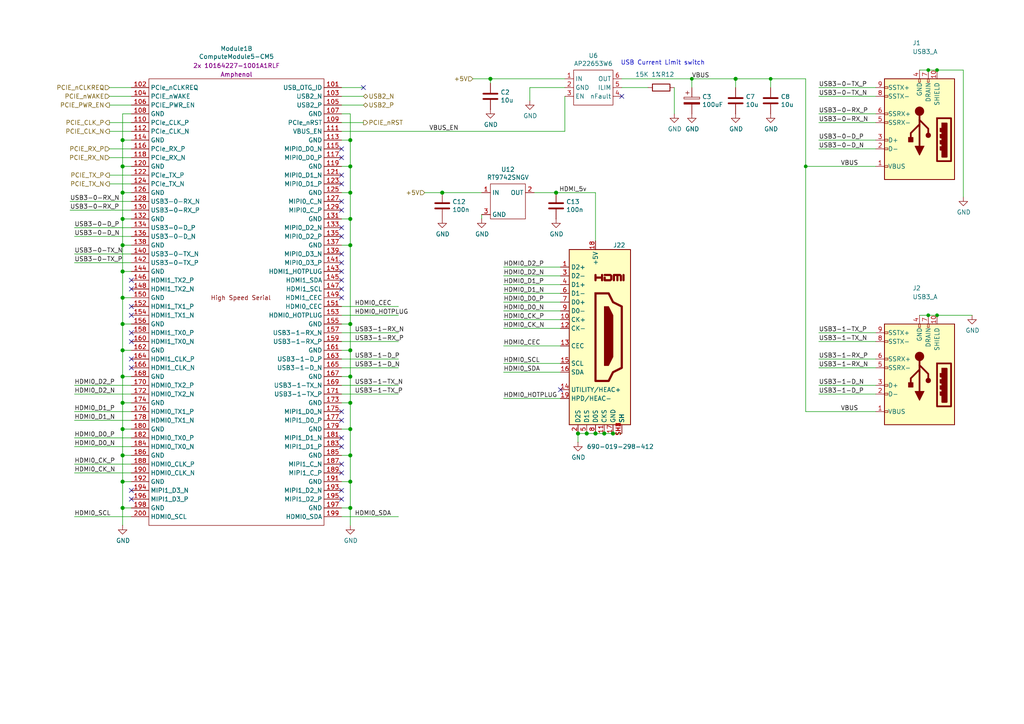
<source format=kicad_sch>
(kicad_sch (version 20231120) (generator "eeschema") (generator_version "8.0")
  (paper "A4")
  (title_block (title "Compute Module 5 IO Board - CM5 - Highspeed") (rev "1") (company "Copyright © 2024 Raspberry Pi Ltd.") (comment 1 "www.raspberrypi.com"))
  (lib_symbols
    (symbol "CM5IO:AP2553W6"
      (property "Reference" "U" (at 3.81 -6.35 0))
      (property "Value" "AP2553W6" (at -3.81 -6.35 0))
      (symbol "AP2553W6_0_0"
        (pin power_in line (at -8.89 2.54 0) (length 2.54) (name "IN") (number "1"))
        (pin power_out line (at -8.89 0 0) (length 2.54) (name "GND") (number "2"))
        (pin input line (at -8.89 -2.54 0) (length 2.54) (name "EN") (number "3"))
        (pin open_collector line (at 7.62 -2.54 180) (length 2.54) (name "nFault") (number "4"))
        (pin passive line (at 7.62 0 180) (length 2.54) (name "ILIM") (number "5"))
        (pin power_out line (at 7.62 2.54 180) (length 2.54) (name "OUT") (number "6"))
      )
      (symbol "AP2553W6_0_1"
        (rectangle (start -6.35 5.08) (end 5.08 -5.08))
      )
    )
    (symbol "CM5IO:ComputeModule5-CM5"
      (property "Reference" "Module" (at 113.03 -68.58 0))
      (property "Value" "ComputeModule5-CM5" (at 140.97 2.54 0))
      (property "Field4" "Amphenol" (at 0 0 0))
      (property "Field5" "2x 10164227-1001A1RLF" (at 0 -2.54 0))
      (symbol "ComputeModule5-CM5_1_0"
        (text "GPIO" (at 0 6.35 0) (effects (font (size 1.27 1.27))))
      )
      (symbol "ComputeModule5-CM5_1_1"
        (rectangle (start -30.48 -71.12) (end 25.4 58.42))
        (text "600mA Max" (at -8.89 -53.34 0) (effects (font (size 1.27 1.27))))
        (text "600mA Max" (at -8.89 -48.26 0) (effects (font (size 1.27 1.27))))
        (text "NB SD signals are only available" (at -1.27 -27.94 0) (effects (font (size 1.27 1.27))))
        (text "on modules without eMMC" (at -1.27 -30.48 0) (effects (font (size 1.27 1.27))))
        (pin power_in line (at 27.94 55.88 180) (length 2.54) (name "GND") (number "1"))
        (pin passive line (at -33.02 45.72 0) (length 2.54) (name "Ethernet_Pair0_N") (number "10"))
        (pin passive line (at -33.02 -68.58 0) (length 2.54) (name "CAM_GPIO1") (number "100"))
        (pin passive line (at 27.94 43.18 180) (length 2.54) (name "Ethernet_Pair2_P") (number "11"))
        (pin passive line (at -33.02 43.18 0) (length 2.54) (name "Ethernet_Pair0_P") (number "12"))
        (pin power_in line (at 27.94 40.64 180) (length 2.54) (name "GND") (number "13"))
        (pin power_in line (at -33.02 40.64 0) (length 2.54) (name "GND") (number "14"))
        (pin output line (at 27.94 38.1 180) (length 2.54) (name "Ethernet_nLED3(3.3v)") (number "15"))
        (pin input line (at -33.02 38.1 0) (length 2.54) (name "FAN_TACHO") (number "16"))
        (pin output line (at 27.94 35.56 180) (length 2.54) (name "Ethernet_nLED2(3.3v)") (number "17"))
        (pin input line (at -33.02 35.56 0) (length 2.54) (name "Ethernet_SYNC_OUT(3.3v)") (number "18"))
        (pin output line (at 27.94 33.02 180) (length 2.54) (name "FAN_PWM") (number "19"))
        (pin power_in line (at -33.02 55.88 0) (length 2.54) (name "GND") (number "2"))
        (pin passive line (at -33.02 33.02 0) (length 2.54) (name "EEPROM_nWP") (number "20"))
        (pin open_collector line (at 27.94 30.48 180) (length 2.54) (name "LED_nACT") (number "21"))
        (pin power_in line (at -33.02 30.48 0) (length 2.54) (name "GND") (number "22"))
        (pin power_in line (at 27.94 27.94 180) (length 2.54) (name "GND") (number "23"))
        (pin passive line (at -33.02 27.94 0) (length 2.54) (name "GPIO26") (number "24"))
        (pin passive line (at 27.94 25.4 180) (length 2.54) (name "GPIO21") (number "25"))
        (pin passive line (at -33.02 25.4 0) (length 2.54) (name "GPIO19") (number "26"))
        (pin passive line (at 27.94 22.86 180) (length 2.54) (name "GPIO20") (number "27"))
        (pin passive line (at -33.02 22.86 0) (length 2.54) (name "GPIO13") (number "28"))
        (pin passive line (at 27.94 20.32 180) (length 2.54) (name "GPIO16") (number "29"))
        (pin passive line (at 27.94 53.34 180) (length 2.54) (name "Ethernet_Pair3_P") (number "3"))
        (pin passive line (at -33.02 20.32 0) (length 2.54) (name "GPIO6") (number "30"))
        (pin passive line (at 27.94 17.78 180) (length 2.54) (name "GPIO12") (number "31"))
        (pin power_in line (at -33.02 17.78 0) (length 2.54) (name "GND") (number "32"))
        (pin power_in line (at 27.94 15.24 180) (length 2.54) (name "GND") (number "33"))
        (pin passive line (at -33.02 15.24 0) (length 2.54) (name "GPIO5") (number "34"))
        (pin passive line (at 27.94 12.7 180) (length 2.54) (name "ID_SC") (number "35"))
        (pin passive line (at -33.02 12.7 0) (length 2.54) (name "ID_SD") (number "36"))
        (pin passive line (at 27.94 10.16 180) (length 2.54) (name "GPIO7") (number "37"))
        (pin passive line (at -33.02 10.16 0) (length 2.54) (name "GPIO11") (number "38"))
        (pin passive line (at 27.94 7.62 180) (length 2.54) (name "GPIO8") (number "39"))
        (pin passive line (at -33.02 53.34 0) (length 2.54) (name "Ethernet_Pair1_P") (number "4"))
        (pin passive line (at -33.02 7.62 0) (length 2.54) (name "GPIO9") (number "40"))
        (pin passive line (at 27.94 5.08 180) (length 2.54) (name "GPIO25") (number "41"))
        (pin power_in line (at -33.02 5.08 0) (length 2.54) (name "GND") (number "42"))
        (pin power_in line (at 27.94 2.54 180) (length 2.54) (name "GND") (number "43"))
        (pin passive line (at -33.02 2.54 0) (length 2.54) (name "GPIO10") (number "44"))
        (pin passive line (at 27.94 0 180) (length 2.54) (name "GPIO24") (number "45"))
        (pin passive line (at -33.02 0 0) (length 2.54) (name "GPIO22") (number "46"))
        (pin passive line (at 27.94 -2.54 180) (length 2.54) (name "GPIO23") (number "47"))
        (pin passive line (at -33.02 -2.54 0) (length 2.54) (name "GPIO27") (number "48"))
        (pin passive line (at 27.94 -5.08 180) (length 2.54) (name "GPIO18") (number "49"))
        (pin passive line (at 27.94 50.8 180) (length 2.54) (name "Ethernet_Pair3_N") (number "5"))
        (pin passive line (at -33.02 -5.08 0) (length 2.54) (name "GPIO17") (number "50"))
        (pin passive line (at 27.94 -7.62 180) (length 2.54) (name "GPIO15") (number "51"))
        (pin power_in line (at -33.02 -7.62 0) (length 2.54) (name "GND") (number "52"))
        (pin power_in line (at 27.94 -10.16 180) (length 2.54) (name "GND") (number "53"))
        (pin passive line (at -33.02 -10.16 0) (length 2.54) (name "GPIO4") (number "54"))
        (pin passive line (at 27.94 -12.7 180) (length 2.54) (name "GPIO14") (number "55"))
        (pin passive line (at -33.02 -12.7 0) (length 2.54) (name "GPIO3") (number "56"))
        (pin passive line (at 27.94 -15.24 180) (length 2.54) (name "SD_CLK") (number "57"))
        (pin passive line (at -33.02 -15.24 0) (length 2.54) (name "GPIO2") (number "58"))
        (pin power_in line (at 27.94 -17.78 180) (length 2.54) (name "GND") (number "59"))
        (pin passive line (at -33.02 50.8 0) (length 2.54) (name "Ethernet_Pair1_N") (number "6"))
        (pin power_in line (at -33.02 -17.78 0) (length 2.54) (name "GND") (number "60"))
        (pin passive line (at 27.94 -20.32 180) (length 2.54) (name "SD_DAT3") (number "61"))
        (pin passive line (at -33.02 -20.32 0) (length 2.54) (name "SD_CMD") (number "62"))
        (pin passive line (at 27.94 -22.86 180) (length 2.54) (name "SD_DAT0") (number "63"))
        (pin passive line (at -33.02 -22.86 0) (length 2.54) (name "SD_DAT5") (number "64"))
        (pin power_in line (at 27.94 -25.4 180) (length 2.54) (name "GND") (number "65"))
        (pin power_in line (at -33.02 -25.4 0) (length 2.54) (name "GND") (number "66"))
        (pin passive line (at 27.94 -27.94 180) (length 2.54) (name "SD_DAT1") (number "67"))
        (pin passive line (at -33.02 -27.94 0) (length 2.54) (name "SD_DAT4") (number "68"))
        (pin passive line (at 27.94 -30.48 180) (length 2.54) (name "SD_DAT2") (number "69"))
        (pin power_in line (at 27.94 48.26 180) (length 2.54) (name "GND") (number "7"))
        (pin passive line (at -33.02 -30.48 0) (length 2.54) (name "SD_DAT7") (number "70"))
        (pin power_in line (at 27.94 -33.02 180) (length 2.54) (name "GND") (number "71"))
        (pin passive line (at -33.02 -33.02 0) (length 2.54) (name "SD_DAT6") (number "72"))
        (pin input line (at 27.94 -35.56 180) (length 2.54) (name "SD_VDD_Override") (number "73"))
        (pin power_in line (at -33.02 -35.56 0) (length 2.54) (name "GND") (number "74"))
        (pin output line (at 27.94 -38.1 180) (length 2.54) (name "SD_PWR_ON") (number "75"))
        (pin passive line (at -33.02 -38.1 0) (length 2.54) (name "VBAT") (number "76"))
        (pin power_in line (at 27.94 -40.64 180) (length 2.54) (name "+5v_(Input)") (number "77"))
        (pin power_in line (at -33.02 -40.64 0) (length 2.54) (name "GPIO_VREF(1.8v/3.3v_Input)") (number "78"))
        (pin power_in line (at 27.94 -43.18 180) (length 2.54) (name "+5v_(Input)") (number "79"))
        (pin power_in line (at -33.02 48.26 0) (length 2.54) (name "GND") (number "8"))
        (pin passive line (at -33.02 -43.18 0) (length 2.54) (name "SCL0") (number "80"))
        (pin power_in line (at 27.94 -45.72 180) (length 2.54) (name "+5v_(Input)") (number "81"))
        (pin passive line (at -33.02 -45.72 0) (length 2.54) (name "SDA0") (number "82"))
        (pin power_in line (at 27.94 -48.26 180) (length 2.54) (name "+5v_(Input)") (number "83"))
        (pin power_out line (at -33.02 -48.26 0) (length 2.54) (name "+3.3v_(Output)") (number "84"))
        (pin power_in line (at 27.94 -50.8 180) (length 2.54) (name "+5v_(Input)") (number "85"))
        (pin passive line (at -33.02 -50.8 0) (length 2.54) (name "+3.3v_(Output)") (number "86"))
        (pin power_in line (at 27.94 -53.34 180) (length 2.54) (name "+5v_(Input)") (number "87"))
        (pin power_out line (at -33.02 -53.34 0) (length 2.54) (name "+1.8v_(Output)") (number "88"))
        (pin input line (at 27.94 -55.88 180) (length 2.54) (name "WiFi_nDisable") (number "89"))
        (pin passive line (at 27.94 45.72 180) (length 2.54) (name "Ethernet_Pair2_N") (number "9"))
        (pin passive line (at -33.02 -55.88 0) (length 2.54) (name "+1.8v_(Output)") (number "90"))
        (pin input line (at 27.94 -58.42 180) (length 2.54) (name "BT_nDisable") (number "91"))
        (pin passive line (at -33.02 -58.42 0) (length 2.54) (name "PWR_BUT") (number "92"))
        (pin input line (at 27.94 -60.96 180) (length 2.54) (name "nRPIBOOT") (number "93"))
        (pin passive line (at -33.02 -60.96 0) (length 2.54) (name "CC1") (number "94"))
        (pin output line (at 27.94 -63.5 180) (length 2.54) (name "LED_nPWR") (number "95"))
        (pin passive line (at -33.02 -63.5 0) (length 2.54) (name "CC2") (number "96"))
        (pin passive line (at 27.94 -66.04 180) (length 2.54) (name "CAM_GPIO0") (number "97"))
        (pin power_in line (at -33.02 -66.04 0) (length 2.54) (name "GND") (number "98"))
        (pin input line (at 27.94 -68.58 180) (length 2.54) (name "PMIC_ENABLE") (number "99"))
      )
      (symbol "ComputeModule5-CM5_2_1"
        (rectangle (start 114.3 -66.04) (end 165.1 63.5))
        (text "High Speed Serial" (at 140.97 0 0) (effects (font (size 1.27 1.27))))
        (pin input line (at 170.18 60.96 180) (length 5.08) (name "USB_OTG_ID") (number "101"))
        (pin input line (at 109.22 60.96 0) (length 5.08) (name "PCIe_nCLKREQ") (number "102"))
        (pin passive line (at 170.18 58.42 180) (length 5.08) (name "USB2_N") (number "103"))
        (pin input line (at 109.22 58.42 0) (length 5.08) (name "PCIE_nWAKE") (number "104"))
        (pin passive line (at 170.18 55.88 180) (length 5.08) (name "USB2_P") (number "105"))
        (pin output line (at 109.22 55.88 0) (length 5.08) (name "PCIE_PWR_EN") (number "106"))
        (pin power_in line (at 170.18 53.34 180) (length 5.08) (name "GND") (number "107"))
        (pin power_in line (at 109.22 53.34 0) (length 5.08) (name "GND") (number "108"))
        (pin output line (at 170.18 50.8 180) (length 5.08) (name "PCIe_nRST") (number "109"))
        (pin output line (at 109.22 50.8 0) (length 5.08) (name "PCIe_CLK_P") (number "110"))
        (pin output line (at 170.18 48.26 180) (length 5.08) (name "VBUS_EN") (number "111"))
        (pin output line (at 109.22 48.26 0) (length 5.08) (name "PCIe_CLK_N") (number "112"))
        (pin power_in line (at 170.18 45.72 180) (length 5.08) (name "GND") (number "113"))
        (pin power_in line (at 109.22 45.72 0) (length 5.08) (name "GND") (number "114"))
        (pin input line (at 170.18 43.18 180) (length 5.08) (name "MIPI0_D0_N") (number "115"))
        (pin input line (at 109.22 43.18 0) (length 5.08) (name "PCIe_RX_P") (number "116"))
        (pin input line (at 170.18 40.64 180) (length 5.08) (name "MIPI0_D0_P") (number "117"))
        (pin input line (at 109.22 40.64 0) (length 5.08) (name "PCIe_RX_N") (number "118"))
        (pin power_in line (at 170.18 38.1 180) (length 5.08) (name "GND") (number "119"))
        (pin power_in line (at 109.22 38.1 0) (length 5.08) (name "GND") (number "120"))
        (pin input line (at 170.18 35.56 180) (length 5.08) (name "MIPI0_D1_N") (number "121"))
        (pin output line (at 109.22 35.56 0) (length 5.08) (name "PCIe_TX_P") (number "122"))
        (pin input line (at 170.18 33.02 180) (length 5.08) (name "MIPI0_D1_P") (number "123"))
        (pin output line (at 109.22 33.02 0) (length 5.08) (name "PCIe_TX_N") (number "124"))
        (pin power_in line (at 170.18 30.48 180) (length 5.08) (name "GND") (number "125"))
        (pin power_in line (at 109.22 30.48 0) (length 5.08) (name "GND") (number "126"))
        (pin input line (at 170.18 27.94 180) (length 5.08) (name "MIPI0_C_N") (number "127"))
        (pin input line (at 109.22 27.94 0) (length 5.08) (name "USB3-0-RX_N") (number "128"))
        (pin input line (at 170.18 25.4 180) (length 5.08) (name "MIPI0_C_P") (number "129"))
        (pin input line (at 109.22 25.4 0) (length 5.08) (name "USB3-0-RX_P") (number "130"))
        (pin power_in line (at 170.18 22.86 180) (length 5.08) (name "GND") (number "131"))
        (pin power_in line (at 109.22 22.86 0) (length 5.08) (name "GND") (number "132"))
        (pin input line (at 170.18 20.32 180) (length 5.08) (name "MIPI0_D2_N") (number "133"))
        (pin passive line (at 109.22 20.32 0) (length 5.08) (name "USB3-0-D_P") (number "134"))
        (pin input line (at 170.18 17.78 180) (length 5.08) (name "MIPI0_D2_P") (number "135"))
        (pin passive line (at 109.22 17.78 0) (length 5.08) (name "USB3-0-D_N") (number "136"))
        (pin power_in line (at 170.18 15.24 180) (length 5.08) (name "GND") (number "137"))
        (pin power_in line (at 109.22 15.24 0) (length 5.08) (name "GND") (number "138"))
        (pin input line (at 170.18 12.7 180) (length 5.08) (name "MIPI0_D3_N") (number "139"))
        (pin output line (at 109.22 12.7 0) (length 5.08) (name "USB3-0-TX_N") (number "140"))
        (pin input line (at 170.18 10.16 180) (length 5.08) (name "MIPI0_D3_P") (number "141"))
        (pin output line (at 109.22 10.16 0) (length 5.08) (name "USB3-0-TX_P") (number "142"))
        (pin input line (at 170.18 7.62 180) (length 5.08) (name "HDMI1_HOTPLUG") (number "143"))
        (pin power_in line (at 109.22 7.62 0) (length 5.08) (name "GND") (number "144"))
        (pin bidirectional line (at 170.18 5.08 180) (length 5.08) (name "HDMI1_SDA") (number "145"))
        (pin output line (at 109.22 5.08 0) (length 5.08) (name "HDMI1_TX2_P") (number "146"))
        (pin open_collector line (at 170.18 2.54 180) (length 5.08) (name "HDMI1_SCL") (number "147"))
        (pin output line (at 109.22 2.54 0) (length 5.08) (name "HDMI1_TX2_N") (number "148"))
        (pin open_collector line (at 170.18 0 180) (length 5.08) (name "HDMI1_CEC") (number "149"))
        (pin power_in line (at 109.22 0 0) (length 5.08) (name "GND") (number "150"))
        (pin open_collector line (at 170.18 -2.54 180) (length 5.08) (name "HDMI0_CEC") (number "151"))
        (pin output line (at 109.22 -2.54 0) (length 5.08) (name "HDMI1_TX1_P") (number "152"))
        (pin input line (at 170.18 -5.08 180) (length 5.08) (name "HDMI0_HOTPLUG") (number "153"))
        (pin output line (at 109.22 -5.08 0) (length 5.08) (name "HDMI1_TX1_N") (number "154"))
        (pin power_in line (at 170.18 -7.62 180) (length 5.08) (name "GND") (number "155"))
        (pin power_in line (at 109.22 -7.62 0) (length 5.08) (name "GND") (number "156"))
        (pin input line (at 170.18 -10.16 180) (length 5.08) (name "USB3-1-RX_N") (number "157"))
        (pin output line (at 109.22 -10.16 0) (length 5.08) (name "HDMI1_TX0_P") (number "158"))
        (pin input line (at 170.18 -12.7 180) (length 5.08) (name "USB3-1-RX_P") (number "159"))
        (pin output line (at 109.22 -12.7 0) (length 5.08) (name "HDMI1_TX0_N") (number "160"))
        (pin power_in line (at 170.18 -15.24 180) (length 5.08) (name "GND") (number "161"))
        (pin power_in line (at 109.22 -15.24 0) (length 5.08) (name "GND") (number "162"))
        (pin passive line (at 170.18 -17.78 180) (length 5.08) (name "USB3-1-D_P") (number "163"))
        (pin output line (at 109.22 -17.78 0) (length 5.08) (name "HDMI1_CLK_P") (number "164"))
        (pin passive line (at 170.18 -20.32 180) (length 5.08) (name "USB3-1-D_N") (number "165"))
        (pin output line (at 109.22 -20.32 0) (length 5.08) (name "HDMI1_CLK_N") (number "166"))
        (pin power_in line (at 170.18 -22.86 180) (length 5.08) (name "GND") (number "167"))
        (pin power_in line (at 109.22 -22.86 0) (length 5.08) (name "GND") (number "168"))
        (pin output line (at 170.18 -25.4 180) (length 5.08) (name "USB3-1-TX_N") (number "169"))
        (pin output line (at 109.22 -25.4 0) (length 5.08) (name "HDMI0_TX2_P") (number "170"))
        (pin output line (at 170.18 -27.94 180) (length 5.08) (name "USB3-1-TX_P") (number "171"))
        (pin output line (at 109.22 -27.94 0) (length 5.08) (name "HDMI0_TX2_N") (number "172"))
        (pin power_in line (at 170.18 -30.48 180) (length 5.08) (name "GND") (number "173"))
        (pin power_in line (at 109.22 -30.48 0) (length 5.08) (name "GND") (number "174"))
        (pin output line (at 170.18 -33.02 180) (length 5.08) (name "MIPI1_D0_N") (number "175"))
        (pin output line (at 109.22 -33.02 0) (length 5.08) (name "HDMI0_TX1_P") (number "176"))
        (pin output line (at 170.18 -35.56 180) (length 5.08) (name "MIPI1_D0_P") (number "177"))
        (pin output line (at 109.22 -35.56 0) (length 5.08) (name "HDMI0_TX1_N") (number "178"))
        (pin power_in line (at 170.18 -38.1 180) (length 5.08) (name "GND") (number "179"))
        (pin power_in line (at 109.22 -38.1 0) (length 5.08) (name "GND") (number "180"))
        (pin output line (at 170.18 -40.64 180) (length 5.08) (name "MIPI1_D1_N") (number "181"))
        (pin output line (at 109.22 -40.64 0) (length 5.08) (name "HDMI0_TX0_P") (number "182"))
        (pin output line (at 170.18 -43.18 180) (length 5.08) (name "MIPI1_D1_P") (number "183"))
        (pin output line (at 109.22 -43.18 0) (length 5.08) (name "HDMI0_TX0_N") (number "184"))
        (pin power_in line (at 170.18 -45.72 180) (length 5.08) (name "GND") (number "185"))
        (pin power_in line (at 109.22 -45.72 0) (length 5.08) (name "GND") (number "186"))
        (pin output line (at 170.18 -48.26 180) (length 5.08) (name "MIPI1_C_N") (number "187"))
        (pin output line (at 109.22 -48.26 0) (length 5.08) (name "HDMI0_CLK_P") (number "188"))
        (pin output line (at 170.18 -50.8 180) (length 5.08) (name "MIPI1_C_P") (number "189"))
        (pin output line (at 109.22 -50.8 0) (length 5.08) (name "HDMI0_CLK_N") (number "190"))
        (pin power_in line (at 170.18 -53.34 180) (length 5.08) (name "GND") (number "191"))
        (pin power_in line (at 109.22 -53.34 0) (length 5.08) (name "GND") (number "192"))
        (pin output line (at 170.18 -55.88 180) (length 5.08) (name "MIPI1_D2_N") (number "193"))
        (pin output line (at 109.22 -55.88 0) (length 5.08) (name "MIPI1_D3_N") (number "194"))
        (pin output line (at 170.18 -58.42 180) (length 5.08) (name "MIPI1_D2_P") (number "195"))
        (pin output line (at 109.22 -58.42 0) (length 5.08) (name "MIPI1_D3_P") (number "196"))
        (pin power_in line (at 170.18 -60.96 180) (length 5.08) (name "GND") (number "197"))
        (pin power_in line (at 109.22 -60.96 0) (length 5.08) (name "GND") (number "198"))
        (pin bidirectional line (at 170.18 -63.5 180) (length 5.08) (name "HDMI0_SDA") (number "199"))
        (pin open_collector line (at 109.22 -63.5 0) (length 5.08) (name "HDMI0_SCL") (number "200"))
      )
    )
    (symbol "CM5IO:HDMI_A_1.4"
      (property "Reference" "J" (at -6.35 26.67 0))
      (property "Value" "HDMI_A_1.4" (at 10.16 26.67 0))
      (symbol "HDMI_A_1.4_0_0"
        (polyline (pts (xy 8.128 16.51) (xy 8.128 18.034)) (stroke (width 0.635)))
        (polyline (pts (xy 0 16.51) (xy 0 18.034) (xy 0 17.272) (xy 1.905 17.272) (xy 1.905 18.034) (xy 1.905 16.51)) (stroke (width 0.635)))
        (polyline (pts (xy 2.667 18.034) (xy 4.318 18.034) (xy 4.572 17.78) (xy 4.572 16.764) (xy 4.318 16.51) (xy 2.667 16.51) (xy 2.667 17.272)) (stroke (width 0.635)))
        (pin passive line (at 7.62 -27.94 90) (length 2.54) (name "SH") (number "SH2"))
        (pin passive line (at 7.62 -27.94 90) (length 2.54) (name "SH") (number "SH3"))
        (pin passive line (at 7.62 -27.94 90) (length 2.54) (name "SH") (number "SH4"))
      )
      (symbol "HDMI_A_1.4_0_1"
        (rectangle (start -7.62 25.4) (end 10.16 -25.4) (stroke (width 0.254)) (fill (type background)))
        (polyline (pts (xy 2.54 8.89) (xy 3.81 8.89) (xy 5.08 6.35) (xy 5.08 -5.715) (xy 3.81 -8.255) (xy 2.54 -8.255) (xy 2.54 8.89)) (fill (type outline)))
        (polyline (pts (xy 5.334 16.51) (xy 5.334 18.034) (xy 6.35 18.034) (xy 6.35 16.51) (xy 6.35 18.034) (xy 7.112 18.034) (xy 7.366 17.78) (xy 7.366 16.51)) (stroke (width 0.635)))
        (polyline (pts (xy 0 12.7) (xy 0 -12.7) (xy 3.81 -12.7) (xy 5.08 -10.16) (xy 7.62 -8.89) (xy 7.62 8.89) (xy 5.08 10.16) (xy 3.81 12.7) (xy 0 12.7)) (stroke (width 0.635)))
      )
      (symbol "HDMI_A_1.4_1_1"
        (pin passive line (at -10.16 20.32 0) (length 2.54) (name "D2+") (number "1"))
        (pin passive line (at -10.16 5.08 0) (length 2.54) (name "CK+") (number "10"))
        (pin power_in line (at 2.54 -27.94 90) (length 2.54) (name "CKS") (number "11"))
        (pin passive line (at -10.16 2.54 0) (length 2.54) (name "CK-") (number "12"))
        (pin bidirectional line (at -10.16 -2.54 0) (length 2.54) (name "CEC") (number "13"))
        (pin passive line (at -10.16 -15.24 0) (length 2.54) (name "UTILITY/HEAC+") (number "14"))
        (pin passive line (at -10.16 -7.62 0) (length 2.54) (name "SCL") (number "15"))
        (pin bidirectional line (at -10.16 -10.16 0) (length 2.54) (name "SDA") (number "16"))
        (pin power_in line (at 5.08 -27.94 90) (length 2.54) (name "GND") (number "17"))
        (pin power_in line (at 0 27.94 270) (length 2.54) (name "+5V") (number "18"))
        (pin passive line (at -10.16 -17.78 0) (length 2.54) (name "HPD/HEAC-") (number "19"))
        (pin power_in line (at -5.08 -27.94 90) (length 2.54) (name "D2S") (number "2"))
        (pin passive line (at -10.16 17.78 0) (length 2.54) (name "D2-") (number "3"))
        (pin passive line (at -10.16 15.24 0) (length 2.54) (name "D1+") (number "4"))
        (pin power_in line (at -2.54 -27.94 90) (length 2.54) (name "D1S") (number "5"))
        (pin passive line (at -10.16 12.7 0) (length 2.54) (name "D1-") (number "6"))
        (pin passive line (at -10.16 10.16 0) (length 2.54) (name "D0+") (number "7"))
        (pin power_in line (at 0 -27.94 90) (length 2.54) (name "D0S") (number "8"))
        (pin passive line (at -10.16 7.62 0) (length 2.54) (name "D0-") (number "9"))
        (pin passive line (at 7.62 -27.94 90) (length 2.54) (name "SH") (number "SH1"))
      )
    )
    (symbol "CM5IO:RT9742SNGV"
      (property "Reference" "U" (at -2.54 7.62 0))
      (property "Value" "RT9742SNGV" (at 3.81 -5.08 0))
      (symbol "RT9742SNGV_0_1"
        (rectangle (start -2.54 6.35) (end 7.62 -3.81))
      )
      (symbol "RT9742SNGV_1_1"
        (pin power_in line (at -5.08 3.81 0) (length 2.54) (name "IN") (number "1"))
        (pin power_out line (at 10.16 3.81 180) (length 2.54) (name "OUT") (number "2"))
        (pin power_in line (at -5.08 -2.54 0) (length 2.54) (name "GND") (number "3"))
      )
    )
    (symbol "Connector:USB3_A" (pin_names (offset 1.016))
      (property "Reference" "J" (at -10.16 15.24 0))
      (property "Value" "USB3_A" (at 10.16 15.24 0))
      (symbol "USB3_A_0_0"
        (rectangle (start -9.144 8.636) (end -5.08 -3.81) (stroke (width 0.508)))
        (rectangle (start -7.874 7.366) (end -6.604 -2.286) (stroke (width 0.508)) (fill (type outline)))
        (rectangle (start -6.35 0) (end -6.096 -0.762) (stroke (width 0.508)))
        (rectangle (start -6.35 1.778) (end -6.096 1.016) (stroke (width 0.508)))
        (rectangle (start -6.35 3.556) (end -6.096 2.794) (stroke (width 0.508)))
        (rectangle (start -6.35 5.334) (end -6.096 4.572) (stroke (width 0.508)))
        (rectangle (start -2.794 -15.24) (end -2.286 -14.224))
        (rectangle (start -0.254 -15.24) (end 0.254 -14.224))
        (rectangle (start 10.16 -12.446) (end 9.144 -12.954))
        (rectangle (start 10.16 -9.906) (end 9.144 -10.414))
        (rectangle (start 10.16 -4.826) (end 9.144 -5.334))
        (rectangle (start 10.16 -2.286) (end 9.144 -2.794))
        (rectangle (start 10.16 2.794) (end 9.144 2.286))
        (rectangle (start 10.16 5.334) (end 9.144 4.826))
        (rectangle (start 10.16 10.414) (end 9.144 9.906))
      )
      (symbol "USB3_A_0_1"
        (rectangle (start -10.16 13.97) (end 10.16 -15.24) (stroke (width 0.254)) (fill (type background)))
      )
      (symbol "USB3_A_1_1"
        (circle (center -2.54 1.143) (radius 0.635) (stroke (width 0.254)) (fill (type outline)))
        (circle (center 0 -5.842) (radius 1.27) (fill (type outline)))
        (polyline (pts (xy 0 -5.842) (xy 0 4.318)) (stroke (width 0.508)))
        (polyline (pts (xy 0 -3.302) (xy -2.54 -0.762) (xy -2.54 0.508)) (stroke (width 0.508)))
        (polyline (pts (xy 0 -2.032) (xy 2.54 0.508) (xy 2.54 1.778)) (stroke (width 0.508)))
        (polyline (pts (xy -1.27 4.318) (xy 0 6.858) (xy 1.27 4.318) (xy -1.27 4.318)) (stroke (width 0.254)) (fill (type outline)))
        (rectangle (start 1.905 1.778) (end 3.175 3.048) (stroke (width 0.254)) (fill (type outline)))
        (pin power_in line (at 12.7 10.16 180) (length 2.54) (name "VBUS") (number "1"))
        (pin passive line (at -5.08 -17.78 90) (length 2.54) (name "SHIELD") (number "10"))
        (pin bidirectional line (at 12.7 5.08 180) (length 2.54) (name "D-") (number "2"))
        (pin bidirectional line (at 12.7 2.54 180) (length 2.54) (name "D+") (number "3"))
        (pin power_in line (at 0 -17.78 90) (length 2.54) (name "GND") (number "4"))
        (pin output line (at 12.7 -2.54 180) (length 2.54) (name "SSRX-") (number "5"))
        (pin output line (at 12.7 -5.08 180) (length 2.54) (name "SSRX+") (number "6"))
        (pin passive line (at -2.54 -17.78 90) (length 2.54) (name "DRAIN") (number "7"))
        (pin input line (at 12.7 -10.16 180) (length 2.54) (name "SSTX-") (number "8"))
        (pin input line (at 12.7 -12.7 180) (length 2.54) (name "SSTX+") (number "9"))
      )
    )
    (symbol "Device:C" (pin_numbers hide) (pin_names (offset 0.254))
      (property "Reference" "C" (at 0.635 2.54 0))
      (property "Value" "C" (at 0.635 -2.54 0))
      (symbol "C_0_1"
        (polyline (pts (xy -2.032 -0.762) (xy 2.032 -0.762)) (stroke (width 0.508)))
        (polyline (pts (xy -2.032 0.762) (xy 2.032 0.762)) (stroke (width 0.508)))
      )
      (symbol "C_1_1"
        (pin passive line (at 0 3.81 270) (length 2.794) (name "~") (number "1"))
        (pin passive line (at 0 -3.81 90) (length 2.794) (name "~") (number "2"))
      )
    )
    (symbol "Device:C_Polarized" (pin_numbers hide) (pin_names (offset 0.254))
      (property "Reference" "C" (at 0.635 2.54 0))
      (property "Value" "C_Polarized" (at 0.635 -2.54 0))
      (symbol "C_Polarized_0_1"
        (rectangle (start -2.286 0.508) (end 2.286 1.016))
        (polyline (pts (xy -1.778 2.286) (xy -0.762 2.286)))
        (polyline (pts (xy -1.27 2.794) (xy -1.27 1.778)))
        (rectangle (start 2.286 -0.508) (end -2.286 -1.016) (fill (type outline)))
      )
      (symbol "C_Polarized_1_1"
        (pin passive line (at 0 3.81 270) (length 2.794) (name "~") (number "1"))
        (pin passive line (at 0 -3.81 90) (length 2.794) (name "~") (number "2"))
      )
    )
    (symbol "Device:R" (pin_numbers hide) (pin_names (offset 0))
      (property "Reference" "R" (at 2.032 0 90))
      (property "Value" "R" (at 0 0 90))
      (symbol "R_0_1"
        (rectangle (start -1.016 -2.54) (end 1.016 2.54) (stroke (width 0.254)))
      )
      (symbol "R_1_1"
        (pin passive line (at 0 3.81 270) (length 1.27) (name "~") (number "1"))
        (pin passive line (at 0 -3.81 90) (length 1.27) (name "~") (number "2"))
      )
    )
    (symbol "power:GND" (power) (pin_numbers hide) (pin_names (offset 0) hide)
      (property "Value" "GND" (at 0 -3.81 0))
      (symbol "GND_0_1"
        (polyline (pts (xy 0 0) (xy 0 -1.27) (xy 1.27 -1.27) (xy 0 -2.54) (xy -1.27 -1.27) (xy 0 -1.27)))
      )
      (symbol "GND_1_1"
        (pin power_in line (at 0 0 270) (length 0) (name "~") (number "1"))
      )
    )
  )
  (junction (at 233.68 48.26))
  (junction (at 35.56 147.32) (diameter 1.016))
  (junction (at 35.56 132.08) (diameter 1.016))
  (junction (at 223.52 22.86))
  (junction (at 101.6 132.08) (diameter 1.016))
  (junction (at 35.56 71.12) (diameter 1.016))
  (junction (at 101.6 55.88) (diameter 1.016))
  (junction (at 213.36 22.86) (diameter 1.016))
  (junction (at 269.24 91.44))
  (junction (at 175.26 125.73) (diameter 1.016))
  (junction (at 101.6 147.32) (diameter 1.016))
  (junction (at 35.56 40.64) (diameter 1.016))
  (junction (at 101.6 40.64) (diameter 1.016))
  (junction (at 35.56 55.88) (diameter 1.016))
  (junction (at 101.6 101.6) (diameter 1.016))
  (junction (at 128.27 55.88) (diameter 1.016))
  (junction (at 101.6 124.46) (diameter 1.016))
  (junction (at 177.8 125.73) (diameter 1.016))
  (junction (at 271.78 20.32))
  (junction (at 35.56 78.74) (diameter 1.016))
  (junction (at 101.6 116.84) (diameter 1.016))
  (junction (at 35.56 48.26) (diameter 1.016))
  (junction (at 101.6 63.5) (diameter 1.016))
  (junction (at 167.64 125.73) (diameter 1.016))
  (junction (at 142.24 22.86) (diameter 1.016))
  (junction (at 101.6 48.26) (diameter 1.016))
  (junction (at 35.56 139.7) (diameter 1.016))
  (junction (at 101.6 139.7) (diameter 1.016))
  (junction (at 101.6 93.98) (diameter 1.016))
  (junction (at 269.24 20.32))
  (junction (at 35.56 101.6) (diameter 1.016))
  (junction (at 170.18 125.73) (diameter 1.016))
  (junction (at 35.56 116.84) (diameter 1.016))
  (junction (at 35.56 86.36) (diameter 1.016))
  (junction (at 271.78 91.44))
  (junction (at 101.6 71.12) (diameter 1.016))
  (junction (at 101.6 109.22) (diameter 1.016))
  (junction (at 35.56 63.5) (diameter 1.016))
  (junction (at 161.29 55.88) (diameter 1.016))
  (junction (at 172.72 125.73) (diameter 1.016))
  (junction (at 200.66 22.86))
  (junction (at 35.56 93.98) (diameter 1.016))
  (junction (at 35.56 124.46) (diameter 1.016))
  (junction (at 35.56 109.22) (diameter 1.016))
  (no_connect (at 99.06 119.38))
  (no_connect (at 38.1 88.9))
  (no_connect (at 180.34 27.94))
  (no_connect (at 38.1 91.44))
  (no_connect (at 99.06 76.2))
  (no_connect (at 99.06 129.54))
  (no_connect (at 162.56 113.03))
  (no_connect (at 99.06 50.8))
  (no_connect (at 99.06 68.58))
  (no_connect (at 99.06 121.92))
  (no_connect (at 38.1 99.06))
  (no_connect (at 99.06 134.62))
  (no_connect (at 38.1 96.52))
  (no_connect (at 99.06 60.96))
  (no_connect (at 105.41 25.4))
  (no_connect (at 38.1 142.24))
  (no_connect (at 38.1 81.28))
  (no_connect (at 99.06 73.66))
  (no_connect (at 99.06 127))
  (no_connect (at 99.06 45.72))
  (no_connect (at 38.1 106.68))
  (no_connect (at 99.06 78.74))
  (no_connect (at 99.06 86.36))
  (no_connect (at 99.06 144.78))
  (no_connect (at 99.06 137.16))
  (no_connect (at 99.06 142.24))
  (no_connect (at 99.06 83.82))
  (no_connect (at 38.1 144.78))
  (no_connect (at 99.06 43.18))
  (no_connect (at 99.06 58.42))
  (no_connect (at 38.1 83.82))
  (no_connect (at 99.06 81.28))
  (no_connect (at 99.06 53.34))
  (no_connect (at 38.1 104.14))
  (no_connect (at 99.06 66.04))
  (wire (pts (xy 21.59 111.76) (xy 38.1 111.76)))
  (wire (pts (xy 170.18 125.73) (xy 172.72 125.73)))
  (wire (pts (xy 137.16 22.86) (xy 142.24 22.86)))
  (wire (pts (xy 99.06 38.1) (xy 163.83 38.1)))
  (wire (pts (xy 35.56 63.5) (xy 35.56 71.12)))
  (wire (pts (xy 35.56 139.7) (xy 35.56 147.32)))
  (wire (pts (xy 180.34 25.4) (xy 187.96 25.4)))
  (wire (pts (xy 35.56 33.02) (xy 35.56 40.64)))
  (wire (pts (xy 35.56 86.36) (xy 35.56 93.98)))
  (wire (pts (xy 146.05 115.57) (xy 162.56 115.57)))
  (wire (pts (xy 21.59 119.38) (xy 38.1 119.38)))
  (wire (pts (xy 35.56 71.12) (xy 35.56 78.74)))
  (wire (pts (xy 35.56 101.6) (xy 35.56 109.22)))
  (wire (pts (xy 233.68 119.38) (xy 254 119.38)))
  (wire (pts (xy 101.6 48.26) (xy 101.6 40.64)))
  (wire (pts (xy 99.06 30.48) (xy 105.41 30.48)))
  (wire (pts (xy 35.56 86.36) (xy 38.1 86.36)))
  (wire (pts (xy 35.56 109.22) (xy 35.56 116.84)))
  (wire (pts (xy 35.56 48.26) (xy 35.56 55.88)))
  (wire (pts (xy 35.56 132.08) (xy 38.1 132.08)))
  (wire (pts (xy 101.6 71.12) (xy 101.6 63.5)))
  (wire (pts (xy 128.27 55.88) (xy 139.7 55.88)))
  (wire (pts (xy 146.05 100.33) (xy 162.56 100.33)))
  (wire (pts (xy 175.26 125.73) (xy 177.8 125.73)))
  (wire (pts (xy 31.75 38.1) (xy 38.1 38.1)))
  (wire (pts (xy 35.56 109.22) (xy 38.1 109.22)))
  (wire (pts (xy 38.1 147.32) (xy 35.56 147.32)))
  (wire (pts (xy 99.06 101.6) (xy 101.6 101.6)))
  (wire (pts (xy 154.94 55.88) (xy 161.29 55.88)))
  (wire (pts (xy 35.56 55.88) (xy 35.56 63.5)))
  (wire (pts (xy 21.59 114.3) (xy 38.1 114.3)))
  (wire (pts (xy 146.05 107.95) (xy 162.56 107.95)))
  (wire (pts (xy 31.75 27.94) (xy 38.1 27.94)))
  (wire (pts (xy 99.06 40.64) (xy 101.6 40.64)))
  (wire (pts (xy 21.59 73.66) (xy 38.1 73.66)))
  (wire (pts (xy 21.59 127) (xy 38.1 127)))
  (wire (pts (xy 233.68 48.26) (xy 233.68 119.38)))
  (wire (pts (xy 21.59 66.04) (xy 38.1 66.04)))
  (wire (pts (xy 101.6 124.46) (xy 101.6 132.08)))
  (wire (pts (xy 153.67 25.4) (xy 153.67 29.21)))
  (wire (pts (xy 99.06 149.86) (xy 115.57 149.86)))
  (wire (pts (xy 237.49 43.18) (xy 254 43.18)))
  (wire (pts (xy 146.05 90.17) (xy 162.56 90.17)))
  (wire (pts (xy 101.6 116.84) (xy 101.6 124.46)))
  (wire (pts (xy 21.59 129.54) (xy 38.1 129.54)))
  (wire (pts (xy 21.59 76.2) (xy 38.1 76.2)))
  (wire (pts (xy 101.6 147.32) (xy 101.6 152.4)))
  (wire (pts (xy 213.36 25.4) (xy 213.36 22.86)))
  (wire (pts (xy 38.1 43.18) (xy 31.75 43.18)))
  (wire (pts (xy 161.29 55.88) (xy 172.72 55.88)))
  (wire (pts (xy 31.75 30.48) (xy 38.1 30.48)))
  (wire (pts (xy 99.06 132.08) (xy 101.6 132.08)))
  (wire (pts (xy 167.64 125.73) (xy 167.64 128.27)))
  (wire (pts (xy 31.75 53.34) (xy 38.1 53.34)))
  (wire (pts (xy 146.05 87.63) (xy 162.56 87.63)))
  (wire (pts (xy 99.06 88.9) (xy 115.57 88.9)))
  (wire (pts (xy 195.58 25.4) (xy 195.58 33.02)))
  (wire (pts (xy 237.49 25.4) (xy 254 25.4)))
  (wire (pts (xy 139.7 62.23) (xy 139.7 63.5)))
  (wire (pts (xy 163.83 25.4) (xy 153.67 25.4)))
  (wire (pts (xy 237.49 27.94) (xy 254 27.94)))
  (wire (pts (xy 35.56 63.5) (xy 38.1 63.5)))
  (wire (pts (xy 99.06 48.26) (xy 101.6 48.26)))
  (wire (pts (xy 271.78 20.32) (xy 279.4 20.32)))
  (wire (pts (xy 38.1 45.72) (xy 31.75 45.72)))
  (wire (pts (xy 101.6 93.98) (xy 101.6 101.6)))
  (wire (pts (xy 35.56 116.84) (xy 35.56 124.46)))
  (wire (pts (xy 35.56 40.64) (xy 38.1 40.64)))
  (wire (pts (xy 38.1 139.7) (xy 35.56 139.7)))
  (wire (pts (xy 180.34 22.86) (xy 200.66 22.86)))
  (wire (pts (xy 200.66 22.86) (xy 213.36 22.86)))
  (wire (pts (xy 21.59 134.62) (xy 38.1 134.62)))
  (wire (pts (xy 142.24 22.86) (xy 163.83 22.86)))
  (wire (pts (xy 163.83 38.1) (xy 163.83 27.94)))
  (wire (pts (xy 146.05 85.09) (xy 162.56 85.09)))
  (wire (pts (xy 172.72 125.73) (xy 175.26 125.73)))
  (wire (pts (xy 35.56 124.46) (xy 38.1 124.46)))
  (wire (pts (xy 123.19 55.88) (xy 128.27 55.88)))
  (wire (pts (xy 279.4 20.32) (xy 279.4 57.15)))
  (wire (pts (xy 99.06 55.88) (xy 101.6 55.88)))
  (wire (pts (xy 99.06 116.84) (xy 101.6 116.84)))
  (wire (pts (xy 237.49 33.02) (xy 254 33.02)))
  (wire (pts (xy 237.49 106.68) (xy 254 106.68)))
  (wire (pts (xy 99.06 93.98) (xy 101.6 93.98)))
  (wire (pts (xy 31.75 35.56) (xy 38.1 35.56)))
  (wire (pts (xy 101.6 139.7) (xy 101.6 147.32)))
  (wire (pts (xy 101.6 55.88) (xy 101.6 48.26)))
  (wire (pts (xy 31.75 25.4) (xy 38.1 25.4)))
  (wire (pts (xy 237.49 99.06) (xy 254 99.06)))
  (wire (pts (xy 99.06 91.44) (xy 115.57 91.44)))
  (wire (pts (xy 31.75 50.8) (xy 38.1 50.8)))
  (wire (pts (xy 146.05 77.47) (xy 162.56 77.47)))
  (wire (pts (xy 101.6 109.22) (xy 101.6 116.84)))
  (wire (pts (xy 237.49 111.76) (xy 254 111.76)))
  (wire (pts (xy 237.49 114.3) (xy 254 114.3)))
  (wire (pts (xy 35.56 93.98) (xy 38.1 93.98)))
  (wire (pts (xy 233.68 22.86) (xy 233.68 48.26)))
  (wire (pts (xy 35.56 116.84) (xy 38.1 116.84)))
  (wire (pts (xy 99.06 63.5) (xy 101.6 63.5)))
  (wire (pts (xy 38.1 33.02) (xy 35.56 33.02)))
  (wire (pts (xy 233.68 48.26) (xy 254 48.26)))
  (wire (pts (xy 266.7 91.44) (xy 269.24 91.44)))
  (wire (pts (xy 172.72 55.88) (xy 172.72 69.85)))
  (wire (pts (xy 213.36 22.86) (xy 223.52 22.86)))
  (wire (pts (xy 35.56 71.12) (xy 38.1 71.12)))
  (wire (pts (xy 35.56 124.46) (xy 35.56 132.08)))
  (wire (pts (xy 200.66 22.86) (xy 200.66 25.4)))
  (wire (pts (xy 266.7 20.32) (xy 269.24 20.32)))
  (wire (pts (xy 35.56 101.6) (xy 38.1 101.6)))
  (wire (pts (xy 20.32 60.96) (xy 38.1 60.96)))
  (wire (pts (xy 177.8 125.73) (xy 180.34 125.73)))
  (wire (pts (xy 99.06 124.46) (xy 101.6 124.46)))
  (wire (pts (xy 35.56 55.88) (xy 38.1 55.88)))
  (wire (pts (xy 99.06 96.52) (xy 115.57 96.52)))
  (wire (pts (xy 115.57 99.06) (xy 99.06 99.06)))
  (wire (pts (xy 21.59 149.86) (xy 38.1 149.86)))
  (wire (pts (xy 99.06 109.22) (xy 101.6 109.22)))
  (wire (pts (xy 223.52 22.86) (xy 233.68 22.86)))
  (wire (pts (xy 146.05 92.71) (xy 162.56 92.71)))
  (wire (pts (xy 167.64 125.73) (xy 170.18 125.73)))
  (wire (pts (xy 35.56 132.08) (xy 35.56 139.7)))
  (wire (pts (xy 99.06 27.94) (xy 105.41 27.94)))
  (wire (pts (xy 20.32 58.42) (xy 38.1 58.42)))
  (wire (pts (xy 101.6 40.64) (xy 101.6 33.02)))
  (wire (pts (xy 269.24 20.32) (xy 271.78 20.32)))
  (wire (pts (xy 237.49 104.14) (xy 254 104.14)))
  (wire (pts (xy 101.6 63.5) (xy 101.6 55.88)))
  (wire (pts (xy 99.06 104.14) (xy 115.57 104.14)))
  (wire (pts (xy 146.05 105.41) (xy 162.56 105.41)))
  (wire (pts (xy 99.06 106.68) (xy 115.57 106.68)))
  (wire (pts (xy 35.56 78.74) (xy 38.1 78.74)))
  (wire (pts (xy 101.6 132.08) (xy 101.6 139.7)))
  (wire (pts (xy 35.56 48.26) (xy 38.1 48.26)))
  (wire (pts (xy 99.06 35.56) (xy 105.41 35.56)))
  (wire (pts (xy 101.6 71.12) (xy 101.6 93.98)))
  (wire (pts (xy 237.49 35.56) (xy 254 35.56)))
  (wire (pts (xy 237.49 40.64) (xy 254 40.64)))
  (wire (pts (xy 269.24 91.44) (xy 271.78 91.44)))
  (wire (pts (xy 35.56 93.98) (xy 35.56 101.6)))
  (wire (pts (xy 99.06 71.12) (xy 101.6 71.12)))
  (wire (pts (xy 21.59 68.58) (xy 38.1 68.58)))
  (wire (pts (xy 99.06 114.3) (xy 115.57 114.3)))
  (wire (pts (xy 142.24 24.13) (xy 142.24 22.86)))
  (wire (pts (xy 101.6 33.02) (xy 99.06 33.02)))
  (wire (pts (xy 101.6 101.6) (xy 101.6 109.22)))
  (wire (pts (xy 21.59 121.92) (xy 38.1 121.92)))
  (wire (pts (xy 35.56 78.74) (xy 35.56 86.36)))
  (wire (pts (xy 35.56 147.32) (xy 35.56 152.4)))
  (wire (pts (xy 99.06 147.32) (xy 101.6 147.32)))
  (wire (pts (xy 223.52 22.86) (xy 223.52 25.4)))
  (wire (pts (xy 35.56 40.64) (xy 35.56 48.26)))
  (wire (pts (xy 237.49 96.52) (xy 254 96.52)))
  (wire (pts (xy 99.06 139.7) (xy 101.6 139.7)))
  (wire (pts (xy 146.05 80.01) (xy 162.56 80.01)))
  (wire (pts (xy 21.59 137.16) (xy 38.1 137.16)))
  (wire (pts (xy 146.05 82.55) (xy 162.56 82.55)))
  (wire (pts (xy 146.05 95.25) (xy 162.56 95.25)))
  (wire (pts (xy 271.78 91.44) (xy 281.94 91.44)))
  (wire (pts (xy 99.06 111.76) (xy 115.57 111.76)))
  (wire (pts (xy 105.41 25.4) (xy 99.06 25.4)))
  (text "USB Current Limit switch" (at 204.47 19.05 0) (effects (font (size 1.27 1.27)) (justify right bottom)))
  (label "HDMI0_D1_N" (at 21.59 121.92 0))
  (label "USB3-0-RX_N" (at 237.49 35.56 0))
  (label "HDMI0_CK_N" (at 146.05 95.25 0))
  (label "USB3-1-D_N" (at 102.87 106.68 0))
  (label "USB3-1-TX_N" (at 237.49 99.06 0))
  (label "VBUS_EN" (at 124.46 38.1 0))
  (label "HDMI0_D2_N" (at 146.05 80.01 0))
  (label "HDMI0_D1_N" (at 146.05 85.09 0))
  (label "HDMI0_D0_P" (at 146.05 87.63 0))
  (label "USB3-1-RX_P" (at 237.49 104.14 0))
  (label "VBUS" (at 243.84 48.26 0))
  (label "USB3-1-TX_P" (at 237.49 96.52 0))
  (label "USB3-0-D_N" (at 21.59 68.58 0))
  (label "HDMI0_D2_P" (at 21.59 111.76 0))
  (label "USB3-0-D_N" (at 237.49 43.18 0))
  (label "USB3-0-TX_N" (at 21.59 73.66 0))
  (label "USB3-1-TX_P" (at 102.87 114.3 0))
  (label "HDMI0_CK_P" (at 21.59 134.62 0))
  (label "USB3-1-RX_P" (at 102.87 99.06 0))
  (label "VBUS" (at 243.84 119.38 0))
  (label "USB3-0-TX_P" (at 21.59 76.2 0))
  (label "USB3-0-RX_N" (at 20.32 58.42 0))
  (label "USB3-1-TX_N" (at 102.87 111.76 0))
  (label "USB3-1-RX_N" (at 237.49 106.68 0))
  (label "USB3-0-D_P" (at 237.49 40.64 0))
  (label "USB3-0-RX_P" (at 237.49 33.02 0))
  (label "HDMI0_CK_N" (at 21.59 137.16 0))
  (label "HDMI0_D2_N" (at 21.59 114.3 0))
  (label "HDMI0_D0_N" (at 146.05 90.17 0))
  (label "HDMI0_HOTPLUG" (at 146.05 115.57 0))
  (label "HDMI0_D1_P" (at 21.59 119.38 0))
  (label "USB3-1-D_P" (at 237.49 114.3 0))
  (label "HDMI0_D0_P" (at 21.59 127 0))
  (label "HDMI0_D2_P" (at 146.05 77.47 0))
  (label "HDMI_5v" (at 170.18 55.88 180))
  (label "USB3-0-TX_N" (at 237.49 27.94 0))
  (label "USB3-1-RX_N" (at 102.87 96.52 0))
  (label "VBUS" (at 200.66 22.86 0))
  (label "USB3-0-D_P" (at 21.59 66.04 0))
  (label "HDMI0_SCL" (at 21.59 149.86 0))
  (label "HDMI0_CK_P" (at 146.05 92.71 0))
  (label "USB3-0-TX_P" (at 237.49 25.4 0))
  (label "USB3-0-RX_P" (at 20.32 60.96 0))
  (label "HDMI0_HOTPLUG" (at 102.87 91.44 0))
  (label "HDMI0_CEC" (at 146.05 100.33 0))
  (label "HDMI0_SDA" (at 146.05 107.95 0))
  (label "HDMI0_D1_P" (at 146.05 82.55 0))
  (label "HDMI0_SCL" (at 146.05 105.41 0))
  (label "HDMI0_D0_N" (at 21.59 129.54 0))
  (label "HDMI0_SDA" (at 102.87 149.86 0))
  (label "USB3-1-D_N" (at 237.49 111.76 0))
  (label "HDMI0_CEC" (at 102.87 88.9 0))
  (label "USB3-1-D_P" (at 102.87 104.14 0))
  (hierarchical_label "PCIE_PWR_EN" (shape output) (at 31.75 30.48 180))
  (hierarchical_label "PCIE_CLK_P" (shape output) (at 31.75 35.56 180))
  (hierarchical_label "PCIE_RX_N" (shape input) (at 31.75 45.72 180))
  (hierarchical_label "+5V" (shape input) (at 123.19 55.88 180))
  (hierarchical_label "PCIE_nCLKREQ" (shape input) (at 31.75 25.4 180))
  (hierarchical_label "PCIE_RX_P" (shape input) (at 31.75 43.18 180))
  (hierarchical_label "USB2_P" (shape bidirectional) (at 105.41 30.48 0))
  (hierarchical_label "USB2_N" (shape bidirectional) (at 105.41 27.94 0))
  (hierarchical_label "PCIE_TX_P" (shape output) (at 31.75 50.8 180))
  (hierarchical_label "+5V" (shape input) (at 137.16 22.86 180))
  (hierarchical_label "PCIE_nWAKE" (shape input) (at 31.75 27.94 180))
  (hierarchical_label "PCIE_CLK_N" (shape output) (at 31.75 38.1 180))
  (hierarchical_label "PCIE_nRST" (shape output) (at 105.41 35.56 0))
  (hierarchical_label "PCIE_TX_N" (shape output) (at 31.75 53.34 180))
  (symbol (lib_id "power:GND") (at 167.64 128.27 0) (unit 1)
    (property "Reference" "#PWR0128" (effects (hide yes)))
    (property "Value" "GND" (at 167.767 132.6642 0))
    (property "Description" "Power symbol creates a global label with name \"GND\" , ground" (effects (hide yes)))
  )
  (symbol (lib_id "power:GND") (at 101.6 152.4 0) (unit 1)
    (property "Reference" "#PWR0130" (effects (hide yes)))
    (property "Value" "GND" (at 101.727 156.7942 0))
    (property "Description" "Power symbol creates a global label with name \"GND\" , ground" (effects (hide yes)))
  )
  (symbol (lib_id "power:GND") (at 35.56 152.4 0) (unit 1)
    (property "Reference" "#PWR0131" (effects (hide yes)))
    (property "Value" "GND" (at 35.687 156.7942 0))
    (property "Description" "Power symbol creates a global label with name \"GND\" , ground" (effects (hide yes)))
  )
  (symbol (lib_id "CM5IO:HDMI_A_1.4") (at 172.72 97.79 0) (unit 1)
    (property "Reference" "J22" (at 177.8 71.12 0) (effects (justify left)))
    (property "Value" "690-019-298-412" (at 170.18 129.54 0) (effects (justify left)))
    (property "Footprint" "CM5IO:EDAC 690-019-298-412" (effects (hide yes)))
    (property "Datasheet" "https://www.tme.eu/Document/f15dffbcfad8545e17826f72d36911c8/206A-SEAN-R03.pdf" (effects (hide yes)))
    (property "Field4" "Farnell" (effects (hide yes)))
    (property "Field5" "2614936" (effects (hide yes)))
    (property "Field6" "690-019-298-412" (effects (hide yes)))
    (property "Field7" "EDAC" (effects (hide yes)))
    (property "Part Description" "HDMI Connector, Right Angle, 19 Contacts, Receptacle, Surface Mount, Surface Mount Right Angle" (effects (hide yes)))
    (property "Field8" "UCON00802" (effects (hide yes)))
  )
  (symbol (lib_id "Device:C") (at 161.29 59.69 0) (unit 1)
    (property "Reference" "C13" (at 164.211 58.5216 0) (effects (justify left)))
    (property "Value" "100n" (at 164.211 60.833 0) (effects (justify left)))
    (property "Footprint" "Capacitor_SMD:C_0805_2012Metric_Pad1.18x1.45mm_HandSolder" (effects (hide yes)))
    (property "Datasheet" "https://search.murata.co.jp/Ceramy/image/img/A01X/G101/ENG/GRM155R71C104KA88-01.pdf" (effects (hide yes)))
    (property "Field4" "Farnell" (effects (hide yes)))
    (property "Field5" "2611911" (effects (hide yes)))
    (property "Field6" "RM EMK105 B7104KV-F" (effects (hide yes)))
    (property "Field7" "TAIYO YUDEN EUROPE GMBH" (effects (hide yes)))
    (property "Part Description" "	0.1uF 10% 16V Ceramic Capacitor X7R 0402 (1005 Metric)" (effects (hide yes)))
    (property "Field8" "110091611" (effects (hide yes)))
  )
  (symbol (lib_id "Device:C") (at 128.27 59.69 0) (unit 1)
    (property "Reference" "C12" (at 131.191 58.5216 0) (effects (justify left)))
    (property "Value" "100n" (at 131.191 60.833 0) (effects (justify left)))
    (property "Footprint" "Capacitor_SMD:C_0805_2012Metric_Pad1.18x1.45mm_HandSolder" (effects (hide yes)))
    (property "Datasheet" "https://search.murata.co.jp/Ceramy/image/img/A01X/G101/ENG/GRM155R71C104KA88-01.pdf" (effects (hide yes)))
    (property "Field4" "Farnell" (effects (hide yes)))
    (property "Field5" "2611911" (effects (hide yes)))
    (property "Field6" "RM EMK105 B7104KV-F" (effects (hide yes)))
    (property "Field7" "TAIYO YUDEN EUROPE GMBH" (effects (hide yes)))
    (property "Part Description" "	0.1uF 10% 16V Ceramic Capacitor X7R 0402 (1005 Metric)" (effects (hide yes)))
    (property "Field8" "110091611" (effects (hide yes)))
  )
  (symbol (lib_id "CM5IO:RT9742SNGV") (at 144.78 59.69 0) (unit 1)
    (property "Reference" "U12" (at 147.32 49.149 0))
    (property "Value" "RT9742SNGV" (at 147.32 51.4604 0))
    (property "Footprint" "Package_TO_SOT_SMD:TSOT-23_HandSoldering" (effects (hide yes)))
    (property "Datasheet" "https://www.richtek.com/assets/product_file/RT9742/DS9742-10.pdf" (effects (hide yes)))
    (property "Field4" "Farnell" (effects (hide yes)))
    (property "Field5" "2575555" (effects (hide yes)))
    (property "Field6" "RT9742SNGV" (effects (hide yes)))
    (property "Field7" "RichTek" (effects (hide yes)))
    (property "Part Description" "Power Switch/Driver 1:1 N-Channel 500mA SOT-23-3" (effects (hide yes)))
    (property "Field8" "USWI00155" (effects (hide yes)))
  )
  (symbol (lib_id "power:GND") (at 161.29 63.5 0) (unit 1)
    (property "Reference" "#PWR0136" (effects (hide yes)))
    (property "Value" "GND" (at 161.417 67.8942 0))
    (property "Description" "Power symbol creates a global label with name \"GND\" , ground" (effects (hide yes)))
  )
  (symbol (lib_id "power:GND") (at 128.27 63.5 0) (unit 1)
    (property "Reference" "#PWR0137" (effects (hide yes)))
    (property "Value" "GND" (at 128.397 67.8942 0))
    (property "Description" "Power symbol creates a global label with name \"GND\" , ground" (effects (hide yes)))
  )
  (symbol (lib_id "power:GND") (at 139.7 63.5 0) (unit 1)
    (property "Reference" "#PWR0138" (effects (hide yes)))
    (property "Value" "GND" (at 139.827 67.8942 0))
    (property "Description" "Power symbol creates a global label with name \"GND\" , ground" (effects (hide yes)))
  )
  (symbol (lib_id "CM5IO:ComputeModule5-CM5") (at -71.12 86.36 0) (unit 2)
    (property "Reference" "Module1" (at 68.58 14.097 0))
    (property "Value" "ComputeModule5-CM5" (at 68.58 16.4084 0))
    (property "Footprint" "CM5IO:Raspberry-Pi-5-Compute-Module" (effects (hide yes)))
    (property "Description" "RaspberryPi Compute module 5" (effects (hide yes)))
    (property "Field4" "Amphenol" (at 68.58 21.59 0))
    (property "Field5" "2x 10164227-1001A1RLF" (at 68.58 19.05 0))
    (property "Field6" "2x 10164227-1001A1RLF" (effects (hide yes)))
    (property "Field7" "Hirose" (effects (hide yes)))
    (property "Part Description" "	100 Position Connector Receptacle, Center Strip Contacts Surface Mount Gold" (effects (hide yes)))
  )
  (symbol (lib_id "Connector:USB3_A") (at 266.7 109.22 180) (unit 1)
    (property "Reference" "J2" (at 264.668 83.566 0) (effects (justify right)))
    (property "Value" "USB3_A" (at 264.668 86.106 0) (effects (justify right)))
    (property "Footprint" "Library:U3BU1ASMT1" (effects (hide yes)))
    (property "Description" "USB 3.0 A connector" (effects (hide yes)))
  )
  (symbol (lib_id "power:GND") (at 142.24 31.75 0) (unit 1)
    (property "Reference" "#PWR01" (effects (hide yes)))
    (property "Value" "GND" (at 142.367 36.1442 0))
    (property "Description" "Power symbol creates a global label with name \"GND\" , ground" (effects (hide yes)))
  )
  (symbol (lib_id "Device:C") (at 213.36 29.21 0) (unit 1)
    (property "Reference" "C7" (at 216.281 28.0416 0) (effects (justify left)))
    (property "Value" "10u" (at 216.281 30.353 0) (effects (justify left)))
    (property "Footprint" "Capacitor_SMD:C_0805_2012Metric_Pad1.18x1.45mm_HandSolder" (effects (hide yes)))
    (property "Datasheet" "https://search.murata.co.jp/Ceramy/image/img/A01X/G101/ENG/GRM21BR71A106KA73-01.pdf" (effects (hide yes)))
    (property "Field5" "490-14381-1-ND" (effects (hide yes)))
    (property "Field4" "Digikey" (effects (hide yes)))
    (property "Field6" "GRM21BR71A106KA73L" (effects (hide yes)))
    (property "Field7" "Murata" (effects (hide yes)))
    (property "Part Description" "	10uF 10% 10V Ceramic Capacitor X7R 0805 (2012 Metric)" (effects (hide yes)))
    (property "Field8" "111893011" (effects (hide yes)))
  )
  (symbol (lib_id "Connector:USB3_A") (at 266.7 38.1 180) (unit 1)
    (property "Reference" "J1" (at 264.668 12.446 0) (effects (justify right)))
    (property "Value" "USB3_A" (at 264.668 14.986 0) (effects (justify right)))
    (property "Footprint" "000_custom:U3BU1ASMT1" (effects (hide yes)))
    (property "Description" "USB 3.0 A connector" (effects (hide yes)))
  )
  (symbol (lib_id "Device:C_Polarized") (at 200.66 29.21 0) (unit 1)
    (property "Reference" "C3" (at 203.6572 28.067 0) (effects (justify left)))
    (property "Value" "100uF" (at 203.6572 30.353 0) (effects (justify left)))
    (property "Footprint" "Capacitor_Tantalum_SMD:CP_EIA-7343-31_Kemet-D" (effects (hide yes)))
    (property "Field4" "Mouser" (effects (hide yes)))
    (property "Field5" "667-EEF-CX0J101R" (effects (hide yes)))
    (property "Part Description" "Capacitor, SP-Cap, 100u, 6.3V, 15mR ESR" (effects (hide yes)))
    (property "Field7" "Panasonic" (effects (hide yes)))
  )
  (symbol (lib_id "power:GND") (at 200.66 33.02 0) (unit 1)
    (property "Reference" "#PWR010" (effects (hide yes)))
    (property "Value" "GND" (at 200.787 37.4142 0))
    (property "Description" "Power symbol creates a global label with name \"GND\" , ground" (effects (hide yes)))
  )
  (symbol (lib_id "Device:R") (at 191.77 25.4 90) (unit 1)
    (property "Reference" "R12" (at 195.58 21.59 90) (effects (justify left)))
    (property "Value" "15K 1%" (at 191.77 21.59 90) (effects (justify left)))
    (property "Footprint" "Resistor_SMD:R_0805_2012Metric_Pad1.20x1.40mm_HandSolder" (effects (hide yes)))
    (property "Datasheet" "https://fscdn.rohm.com/en/products/databook/datasheet/passive/resistor/chip_resistor/mcr-e.pdf" (effects (hide yes)))
    (property "Field4" "Farnell" (effects (hide yes)))
    (property "Field5" "9239375" (effects (hide yes)))
    (property "Field6" "MCR01MZPF1502" (effects (hide yes)))
    (property "Field7" "Rohm" (effects (hide yes)))
    (property "Part Description" "Resistor 15K M1005 1% 63mW" (effects (hide yes)))
    (property "Field8" "120891581" (effects (hide yes)))
  )
  (symbol (lib_id "power:GND") (at 223.52 33.02 0) (unit 1)
    (property "Reference" "#PWR012" (effects (hide yes)))
    (property "Value" "GND" (at 223.647 37.4142 0))
    (property "Description" "Power symbol creates a global label with name \"GND\" , ground" (effects (hide yes)))
  )
  (symbol (lib_id "power:GND") (at 195.58 33.02 0) (unit 1)
    (property "Reference" "#PWR09" (effects (hide yes)))
    (property "Value" "GND" (at 195.707 37.4142 0))
    (property "Description" "Power symbol creates a global label with name \"GND\" , ground" (effects (hide yes)))
  )
  (symbol (lib_id "Device:C") (at 223.52 29.21 0) (unit 1)
    (property "Reference" "C8" (at 226.441 28.0416 0) (effects (justify left)))
    (property "Value" "10u" (at 226.441 30.353 0) (effects (justify left)))
    (property "Footprint" "Capacitor_SMD:C_0805_2012Metric_Pad1.18x1.45mm_HandSolder" (effects (hide yes)))
    (property "Datasheet" "https://search.murata.co.jp/Ceramy/image/img/A01X/G101/ENG/GRM21BR71A106KA73-01.pdf" (effects (hide yes)))
    (property "Field5" "490-14381-1-ND" (effects (hide yes)))
    (property "Field4" "Digikey" (effects (hide yes)))
    (property "Field6" "GRM21BR71A106KA73L" (effects (hide yes)))
    (property "Field7" "Murata" (effects (hide yes)))
    (property "Part Description" "	10uF 10% 10V Ceramic Capacitor X7R 0805 (2012 Metric)" (effects (hide yes)))
    (property "Field8" "111893011" (effects (hide yes)))
  )
  (symbol (lib_id "CM5IO:AP2553W6") (at 172.72 25.4 0) (unit 1)
    (property "Reference" "U6" (at 172.085 16.129 0))
    (property "Value" "AP22653W6" (at 172.085 18.4404 0))
    (property "Footprint" "Package_TO_SOT_SMD:SOT-23-6" (effects (hide yes)))
    (property "Datasheet" "https://www.diodes.com/assets/Datasheets/AP255x.pdf" (effects (hide yes)))
    (property "Field4" "Digikey" (effects (hide yes)))
    (property "Field5" "	31-AP22653W6-7CT-ND" (effects (hide yes)))
    (property "Field6" "AP22653W6" (effects (hide yes)))
    (property "Field7" "Diodes" (effects (hide yes)))
    (property "Part Description" "	Power Switch/Driver 1:1 P-Channel 2.1A SOT-23-6" (effects (hide yes)))
  )
  (symbol (lib_id "power:GND") (at 153.67 29.21 0) (unit 1)
    (property "Reference" "#PWR07" (effects (hide yes)))
    (property "Value" "GND" (at 153.797 33.6042 0))
    (property "Description" "Power symbol creates a global label with name \"GND\" , ground" (effects (hide yes)))
  )
  (symbol (lib_id "power:GND") (at 279.4 57.15 0) (unit 1)
    (property "Reference" "#PWR04" (effects (hide yes)))
    (property "Value" "GND" (at 279.527 61.5442 0))
    (property "Description" "Power symbol creates a global label with name \"GND\" , ground" (effects (hide yes)))
  )
  (symbol (lib_id "power:GND") (at 213.36 33.02 0) (unit 1)
    (property "Reference" "#PWR011" (effects (hide yes)))
    (property "Value" "GND" (at 213.487 37.4142 0))
    (property "Description" "Power symbol creates a global label with name \"GND\" , ground" (effects (hide yes)))
  )
  (symbol (lib_id "Device:C") (at 142.24 27.94 0) (unit 1)
    (property "Reference" "C2" (at 145.161 26.7716 0) (effects (justify left)))
    (property "Value" "10u" (at 145.161 29.083 0) (effects (justify left)))
    (property "Footprint" "Capacitor_SMD:C_0805_2012Metric_Pad1.18x1.45mm_HandSolder" (effects (hide yes)))
    (property "Datasheet" "https://search.murata.co.jp/Ceramy/image/img/A01X/G101/ENG/GRM21BR71A106KA73-01.pdf" (effects (hide yes)))
    (property "Field5" "490-14381-1-ND" (effects (hide yes)))
    (property "Field4" "Digikey" (effects (hide yes)))
    (property "Field6" "GRM21BR71A106KA73L" (effects (hide yes)))
    (property "Field7" "Murata" (effects (hide yes)))
    (property "Part Description" "	10uF 10% 10V Ceramic Capacitor X7R 0805 (2012 Metric)" (effects (hide yes)))
    (property "Field8" "111893011" (effects (hide yes)))
  )
  (symbol (lib_id "power:GND") (at 281.94 91.44 0) (unit 1)
    (property "Reference" "#PWR03" (effects (hide yes)))
    (property "Value" "GND" (at 282.067 95.8342 0))
    (property "Description" "Power symbol creates a global label with name \"GND\" , ground" (effects (hide yes)))
  )
)
</source>
